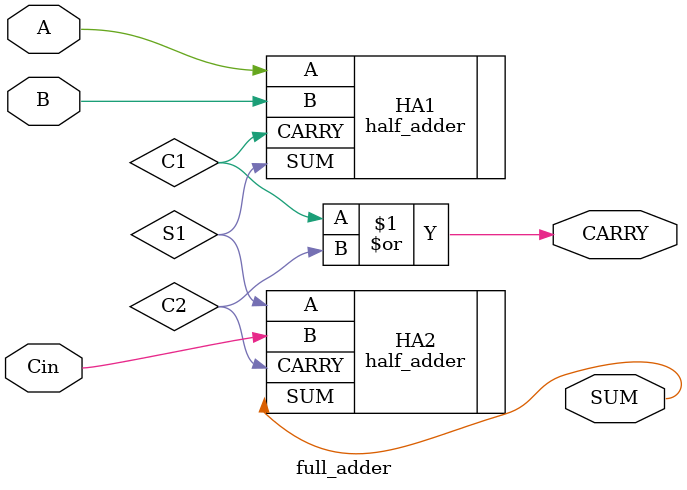
<source format=v>
module full_adder(
    input A,
    input B,
    input Cin,
    output SUM,
    output CARRY
);
    wire S1, C1, C2;

    half_adder HA1(.A(A), .B(B), .SUM(S1), .CARRY(C1));       //half_adder.v instance from the module
    half_adder HA2(.A(S1), .B(Cin), .SUM(SUM), .CARRY(C2));   //half_adder.v instance from the module
    assign CARRY = C1 | C2;
endmodule


</source>
